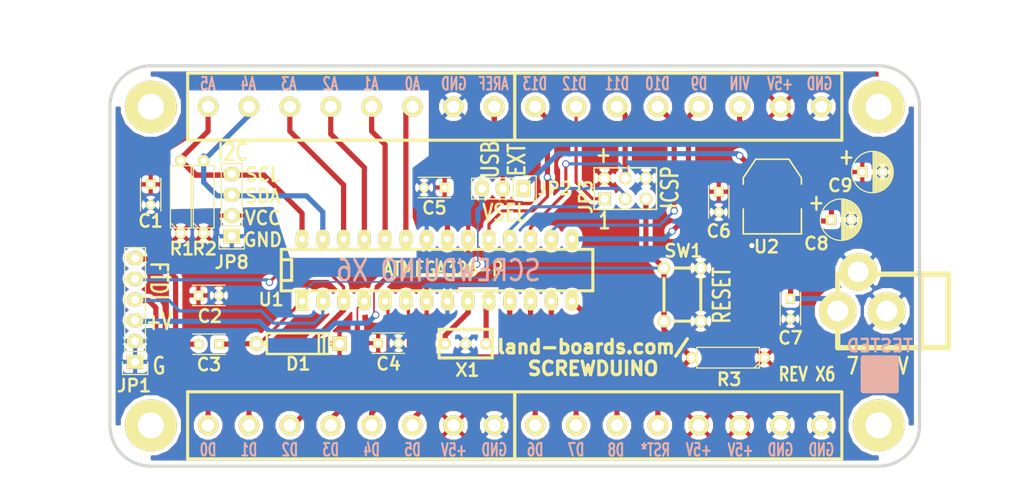
<source format=kicad_pcb>
(kicad_pcb (version 20211014) (generator pcbnew)
  (title_block (title "SCREWDUINO V2") (date "24 aug 2014"))
  (layers (0 "F.Cu" power "Front") (31 "B.Cu" power "Back") (36 "B.SilkS" user "B.Silkscreen") (37 "F.SilkS" user "F.Silkscreen") (38 "B.Mask" user) (39 "F.Mask" user) (44 "Edge.Cuts" user))
  (net 0 "")
  (net 1 "+5V")
  (net 2 "/AD0")
  (net 3 "/AD1")
  (net 4 "/AD2")
  (net 5 "/AD3")
  (net 6 "/AREF")
  (net 7 "/CX1")
  (net 8 "/CX2")
  (net 9 "/D0")
  (net 10 "/D1")
  (net 11 "/D10")
  (net 12 "/D11")
  (net 13 "/D12")
  (net 14 "/D13")
  (net 15 "/D2")
  (net 16 "/D3")
  (net 17 "/D4")
  (net 18 "/D5")
  (net 19 "/D6")
  (net 20 "/D7")
  (net 21 "/D8")
  (net 22 "/D9")
  (net 23 "/DTR*")
  (net 24 "/RST*")
  (net 25 "/SCK")
  (net 26 "/SDA")
  (net 27 "/VIN")
  (net 28 "/VUSB")
  (net 29 "GND")
  (net 30 "/VROUT")
  (footprint "DougsNewMods:TEST_BLK-REAR" (layer "F.Cu") (at 181.61 117.094)
    (fp_text reference "TESTED" (at 0 -3.5) (layer "B.SilkS") (effects (font (size 1.524 1.524) (thickness 0.3048)) (justify mirror)))
    (fp_text value "VAL**" hide)
  )
  (footprint "Capacitors_ThroughHole:C_Rect_L4_W2.5_P2.5" (layer "F.Cu") (at 92.456 93.853 -90)
    (fp_text reference "C1" (at 4.482 0.018) (layer "F.SilkS") (effects (font (size 1.524 1.524) (thickness 0.3048))))
    (fp_text value "0.1uF" hide)
    (pad "1" thru_hole rect locked (at 0 0 270) (size 1.2 1.2) (drill 0.7) (layers *.Cu *.Mask "F.SilkS") (net 1 "+5V"))
    (pad "2" thru_hole circle locked (at 2.5 0 270) (size 1.2 1.2) (drill 0.7) (layers *.Cu *.Mask "F.SilkS") (net 29 "GND"))
  )
  (footprint "Capacitors_ThroughHole:C_Rect_L4_W2.5_P2.5" (layer "F.Cu") (at 98.298 107.442)
    (fp_text reference "C2" (at 1.397 2.54) (layer "F.SilkS") (effects (font (size 1.524 1.524) (thickness 0.3048))))
    (fp_text value "0.1uF" hide)
    (pad "1" thru_hole rect locked (at 0 0) (size 1.2 1.2) (drill 0.7) (layers *.Cu *.Mask "F.SilkS") (net 1 "+5V"))
    (pad "2" thru_hole circle locked (at 2.5 0) (size 1.2 1.2) (drill 0.7) (layers *.Cu *.Mask "F.SilkS") (net 29 "GND"))
  )
  (footprint "Capacitors_ThroughHole:C_Rect_L4_W2.5_P2.5" (layer "F.Cu") (at 100.838 113.411 180)
    (fp_text reference "C3" (at 1.25 -2.5 180) (layer "F.SilkS") (effects (font (size 1.524 1.524) (thickness 0.3048))))
    (fp_text value "0.1uF" hide)
    (pad "1" thru_hole rect locked (at 0 0 180) (size 1.2 1.2) (drill 0.7) (layers *.Cu *.Mask "F.SilkS") (net 24 "/RST*"))
    (pad "2" thru_hole circle locked (at 2.5 0 180) (size 1.2 1.2) (drill 0.7) (layers *.Cu *.Mask "F.SilkS") (net 23 "/DTR*"))
  )
  (footprint "Capacitors_ThroughHole:C_Rect_L4_W2.5_P2.5" (layer "F.Cu") (at 120.269 113.284)
    (fp_text reference "C4" (at 1.27 2.54) (layer "F.SilkS") (effects (font (size 1.524 1.524) (thickness 0.3048))))
    (fp_text value "0.1uF" hide)
    (pad "1" thru_hole rect locked (at 0 0) (size 1.2 1.2) (drill 0.7) (layers *.Cu *.Mask "F.SilkS") (net 1 "+5V"))
    (pad "2" thru_hole circle locked (at 2.5 0) (size 1.2 1.2) (drill 0.7) (layers *.Cu *.Mask "F.SilkS") (net 29 "GND"))
  )
  (footprint "Capacitors_ThroughHole:C_Rect_L4_W2.5_P2.5" (layer "F.Cu") (at 128.397 94.234 180)
    (fp_text reference "C5" (at 1.25 -2.5 180) (layer "F.SilkS") (effects (font (size 1.524 1.524) (thickness 0.3048))))
    (fp_text value "0.1uF" hide)
    (pad "1" thru_hole rect locked (at 0 0 180) (size 1.2 1.2) (drill 0.7) (layers *.Cu *.Mask "F.SilkS") (net 1 "+5V"))
    (pad "2" thru_hole circle locked (at 2.5 0 180) (size 1.2 1.2) (drill 0.7) (layers *.Cu *.Mask "F.SilkS") (net 29 "GND"))
  )
  (footprint "Capacitors_ThroughHole:C_Rect_L4_W2.5_P2.5" (layer "F.Cu") (at 161.925 94.742 -90)
    (fp_text reference "C6" (at 4.826 0) (layer "F.SilkS") (effects (font (size 1.524 1.524) (thickness 0.3048))))
    (fp_text value "0.1uF" hide)
    (pad "1" thru_hole rect locked (at 0 0 270) (size 1.2 1.2) (drill 0.7) (layers *.Cu *.Mask "F.SilkS") (net 1 "+5V"))
    (pad "2" thru_hole circle locked (at 2.5 0 270) (size 1.2 1.2) (drill 0.7) (layers *.Cu *.Mask "F.SilkS") (net 29 "GND"))
  )
  (footprint "Capacitors_ThroughHole:C_Rect_L4_W2.5_P2.5" (layer "F.Cu") (at 170.688 107.823 -90)
    (fp_text reference "C7" (at 4.826 0) (layer "F.SilkS") (effects (font (size 1.524 1.524) (thickness 0.3048))))
    (fp_text value "0.1uF" hide)
    (pad "1" thru_hole rect locked (at 0 0 270) (size 1.2 1.2) (drill 0.7) (layers *.Cu *.Mask "F.SilkS") (net 27 "/VIN"))
    (pad "2" thru_hole circle locked (at 2.5 0 270) (size 1.2 1.2) (drill 0.7) (layers *.Cu *.Mask "F.SilkS") (net 29 "GND"))
  )
  (footprint "Pin_Headers:Pin_Header_Straight_1x06" (layer "F.Cu") (at 90.551 115.57 180)
    (fp_text reference "JP1" (at 0.127 -2.921 180) (layer "F.SilkS") (effects (font (size 1.524 1.524) (thickness 0.3048))))
    (fp_text value "CONN_6" hide)
    (pad "1" thru_hole rect locked (at 0 0 180) (size 2.032 1.7272) (drill 1.016) (layers *.Cu *.Mask "F.SilkS") (net 29 "GND"))
    (pad "2" thru_hole oval locked (at 0 2.54 180) (size 2.032 1.7272) (drill 1.016) (layers *.Cu *.Mask "F.SilkS") (net 29 "GND"))
    (pad "3" thru_hole oval locked (at 0 5.08 180) (size 2.032 1.7272) (drill 1.016) (layers *.Cu *.Mask "F.SilkS") (net 28 "/VUSB"))
    (pad "4" thru_hole oval locked (at 0 7.62 180) (size 2.032 1.7272) (drill 1.016) (layers *.Cu *.Mask "F.SilkS") (net 9 "/D0"))
    (pad "5" thru_hole oval locked (at 0 10.16 180) (size 2.032 1.7272) (drill 1.016) (layers *.Cu *.Mask "F.SilkS") (net 10 "/D1"))
    (pad "6" thru_hole oval locked (at 0 12.7 180) (size 2.032 1.7272) (drill 1.016) (layers *.Cu *.Mask "F.SilkS") (net 23 "/DTR*"))
  )
  (footprint "Pin_Headers:Pin_Header_Straight_1x03" (layer "F.Cu") (at 138.049 94.361 -90)
    (fp_text reference "JP2" (at 0 -3.81 180) (layer "F.SilkS") (effects (font (size 1.524 1.524) (thickness 0.3048))))
    (fp_text value "CONN_3" hide)
    (pad "1" thru_hole rect locked (at 0 0 270) (size 2.032 1.7272) (drill 1.016) (layers *.Cu *.Mask "F.SilkS") (net 30 "/VROUT"))
    (pad "2" thru_hole oval locked (at 0 2.54 270) (size 2.032 1.7272) (drill 1.016) (layers *.Cu *.Mask "F.SilkS") (net 1 "+5V"))
    (pad "3" thru_hole oval locked (at 0 5.08 270) (size 2.032 1.7272) (drill 1.016) (layers *.Cu *.Mask "F.SilkS") (net 28 "/VUSB"))
  )
  (footprint "dougsLib:pin_array_3x2" (layer "F.Cu") (at 150.495 94.361)
    (fp_text reference "JP3" (at -4.826 1.016 90) (layer "F.SilkS") (effects (font (size 1.524 1.524) (thickness 0.3048))))
    (fp_text value "CONN_3X2" hide)
    (pad "1" thru_hole rect locked (at -2.54 1.27) (size 1.524 1.524) (drill 1.016) (layers *.Cu *.Mask "F.SilkS") (net 13 "/D12"))
    (pad "2" thru_hole circle locked (at -2.54 -1.27) (size 1.524 1.524) (drill 1.016) (layers *.Cu *.Mask "F.SilkS") (net 1 "+5V"))
    (pad "3" thru_hole circle locked (at 0 1.27) (size 1.524 1.524) (drill 1.016) (layers *.Cu *.Mask "F.SilkS") (net 14 "/D13"))
    (pad "4" thru_hole circle locked (at 0 -1.27) (size 1.524 1.524) (drill 1.016) (layers *.Cu *.Mask "F.SilkS") (net 12 "/D11"))
    (pad "5" thru_hole circle locked (at 2.54 1.27) (size 1.524 1.524) (drill 1.016) (layers *.Cu *.Mask "F.SilkS") (net 24 "/RST*"))
    (pad "6" thru_hole circle locked (at 2.54 -1.27) (size 1.524 1.524) (drill 1.016) (layers *.Cu *.Mask "F.SilkS") (net 29 "GND"))
  )
  (footprint "dougsLib:TB8-5MM" (layer "F.Cu") (at 174.474 123.34 180)
    (fp_text reference "JP4" hide)
    (fp_text value "CONN_8" hide)
    (pad "1" thru_hole circle locked (at 0 0 180) (size 2.49936 2.49936) (drill 1.50114) (layers *.Cu *.Mask "F.SilkS") (net 29 "GND"))
    (pad "2" thru_hole circle locked (at 5.00126 0 180) (size 2.49936 2.49936) (drill 1.50114) (layers *.Cu *.Mask "F.SilkS") (net 29 "GND"))
    (pad "3" thru_hole circle locked (at 9.99998 0 180) (size 2.49936 2.49936) (drill 1.50114) (layers *.Cu *.Mask "F.SilkS") (net 1 "+5V"))
    (pad "4" thru_hole circle locked (at 15.00124 0 180) (size 2.49936 2.49936) (drill 1.50114) (layers *.Cu *.Mask "F.SilkS") (net 1 "+5V"))
    (pad "5" thru_hole circle locked (at 19.99996 0 180) (size 2.49936 2.49936) (drill 1.50114) (layers *.Cu *.Mask "F.SilkS") (net 24 "/RST*"))
    (pad "6" thru_hole circle locked (at 25.00122 0 180) (size 2.49936 2.49936) (drill 1.50114) (layers *.Cu *.Mask "F.SilkS") (net 21 "/D8"))
    (pad "7" thru_hole circle locked (at 29.99994 0 180) (size 2.49936 2.49936) (drill 1.50114) (layers *.Cu *.Mask "F.SilkS") (net 20 "/D7"))
    (pad "8" thru_hole circle locked (at 35.0012 0 180) (size 2.49936 2.49936) (drill 1.50114) (layers *.Cu *.Mask "F.SilkS") (net 19 "/D6"))
  )
  (footprint "dougsLib:TB8-5MM" (layer "F.Cu") (at 99.474 84.34)
    (fp_text reference "JP5" hide)
    (fp_text value "CONN_8" hide)
    (pad "1" thru_hole circle locked (at 0 0) (size 2.49936 2.49936) (drill 1.50114) (layers *.Cu *.Mask "F.SilkS") (net 25 "/SCK"))
    (pad "2" thru_hole circle locked (at 5.00126 0) (size 2.49936 2.49936) (drill 1.50114) (layers *.Cu *.Mask "F.SilkS") (net 26 "/SDA"))
    (pad "3" thru_hole circle locked (at 9.99998 0) (size 2.49936 2.49936) (drill 1.50114) (layers *.Cu *.Mask "F.SilkS") (net 5 "/AD3"))
    (pad "4" thru_hole circle locked (at 15.00124 0) (size 2.49936 2.49936) (drill 1.50114) (layers *.Cu *.Mask "F.SilkS") (net 4 "/AD2"))
    (pad "5" thru_hole circle locked (at 19.99996 0) (size 2.49936 2.49936) (drill 1.50114) (layers *.Cu *.Mask "F.SilkS") (net 3 "/AD1"))
    (pad "6" thru_hole circle locked (at 25.00122 0) (size 2.49936 2.49936) (drill 1.50114) (layers *.Cu *.Mask "F.SilkS") (net 2 "/AD0"))
    (pad "7" thru_hole circle locked (at 29.99994 0) (size 2.49936 2.49936) (drill 1.50114) (layers *.Cu *.Mask "F.SilkS") (net 29 "GND"))
    (pad "8" thru_hole circle locked (at 35.0012 0) (size 2.49936 2.49936) (drill 1.50114) (layers *.Cu *.Mask "F.SilkS") (net 6 "/AREF"))
  )
  (footprint "dougsLib:TB8-5MM" (layer "F.Cu") (at 139.474 84.34)
    (fp_text reference "JP6" hide)
    (fp_text value "CONN_8" hide)
    (pad "1" thru_hole circle locked (at 0 0) (size 2.49936 2.49936) (drill 1.50114) (layers *.Cu *.Mask "F.SilkS") (net 14 "/D13"))
    (pad "2" thru_hole circle locked (at 5.00126 0) (size 2.49936 2.49936) (drill 1.50114) (layers *.Cu *.Mask "F.SilkS") (net 13 "/D12"))
    (pad "3" thru_hole circle locked (at 9.99998 0) (size 2.49936 2.49936) (drill 1.50114) (layers *.Cu *.Mask "F.SilkS") (net 12 "/D11"))
    (pad "4" thru_hole circle locked (at 15.00124 0) (size 2.49936 2.49936) (drill 1.50114) (layers *.Cu *.Mask "F.SilkS") (net 11 "/D10"))
    (pad "5" thru_hole circle locked (at 19.99996 0) (size 2.49936 2.49936) (drill 1.50114) (layers *.Cu *.Mask "F.SilkS") (net 22 "/D9"))
    (pad "6" thru_hole circle locked (at 25.00122 0) (size 2.49936 2.49936) (drill 1.50114) (layers *.Cu *.Mask "F.SilkS") (net 27 "/VIN"))
    (pad "7" thru_hole circle locked (at 29.99994 0) (size 2.49936 2.49936) (drill 1.50114) (layers *.Cu *.Mask "F.SilkS") (net 1 "+5V"))
    (pad "8" thru_hole circle locked (at 35.0012 0) (size 2.49936 2.49936) (drill 1.50114) (layers *.Cu *.Mask "F.SilkS") (net 29 "GND"))
  )
  (footprint "dougsLib:TB8-5MM" (layer "F.Cu") (at 134.474 123.34 180)
    (fp_text reference "JP7" hide)
    (fp_text value "CONN_8" hide)
    (pad "1" thru_hole circle locked (at 0 0 180) (size 2.49936 2.49936) (drill 1.50114) (layers *.Cu *.Mask "F.SilkS") (net 29 "GND"))
    (pad "2" thru_hole circle locked (at 5.00126 0 180) (size 2.49936 2.49936) (drill 1.50114) (layers *.Cu *.Mask "F.SilkS") (net 1 "+5V"))
    (pad "3" thru_hole circle locked (at 9.99998 0 180) (size 2.49936 2.49936) (drill 1.50114) (layers *.Cu *.Mask "F.SilkS") (net 18 "/D5"))
    (pad "4" thru_hole circle locked (at 15.00124 0 180) (size 2.49936 2.49936) (drill 1.50114) (layers *.Cu *.Mask "F.SilkS") (net 17 "/D4"))
    (pad "5" thru_hole circle locked (at 19.99996 0 180) (size 2.49936 2.49936) (drill 1.50114) (layers *.Cu *.Mask "F.SilkS") (net 16 "/D3"))
    (pad "6" thru_hole circle locked (at 25.00122 0 180) (size 2.49936 2.49936) (drill 1.50114) (layers *.Cu *.Mask "F.SilkS") (net 15 "/D2"))
    (pad "7" thru_hole circle locked (at 29.99994 0 180) (size 2.49936 2.49936) (drill 1.50114) (layers *.Cu *.Mask "F.SilkS") (net 10 "/D1"))
    (pad "8" thru_hole circle locked (at 35.0012 0 180) (size 2.49936 2.49936) (drill 1.50114) (layers *.Cu *.Mask "F.SilkS") (net 9 "/D0"))
  )
  (footprint "Pin_Headers:Pin_Header_Straight_1x04" (layer "F.Cu") (at 102.362 100.203 180)
    (fp_text reference "JP8" (at 0 -3.175 180) (layer "F.SilkS") (effects (font (size 1.524 1.524) (thickness 0.3048))))
    (fp_text value "CONN_4" hide)
    (pad "1" thru_hole rect locked (at 0 0 180) (size 2.032 1.7272) (drill 1.016) (layers *.Cu *.Mask "F.SilkS") (net 29 "GND"))
    (pad "2" thru_hole oval locked (at 0 2.54 180) (size 2.032 1.7272) (drill 1.016) (layers *.Cu *.Mask "F.SilkS") (net 1 "+5V"))
    (pad "3" thru_hole oval locked (at 0 5.08 180) (size 2.032 1.7272) (drill 1.016) (layers *.Cu *.Mask "F.SilkS") (net 26 "/SDA"))
    (pad "4" thru_hole oval locked (at 0 7.62 180) (size 2.032 1.7272) (drill 1.016) (layers *.Cu *.Mask "F.SilkS") (net 25 "/SCK"))
  )
  (footprint "DougsNewMods:DCJ-NEW" (layer "F.Cu") (at 182.474 109.34 180)
    (fp_text reference "K1" hide)
    (fp_text value "JACK-3.5MM" hide)
    (pad "1" thru_hole circle locked (at 6 0 180) (size 4.6 4.6) (drill 2.54) (layers *.Cu *.Mask "F.SilkS") (net 27 "/VIN"))
    (pad "2" thru_hole circle locked (at 0 0 180) (size 4.6 4.6) (drill 2.54) (layers *.Cu *.Mask "F.SilkS") (net 29 "GND"))
    (pad "3" thru_hole circle locked (at 3.5 4.8 180) (size 4.6 4.6) (drill 2.54) (layers *.Cu *.Mask "F.SilkS") (net 29 "GND"))
  )
  (footprint "dougsLib:MTG-4-40" (layer "F.Cu") (at 181.474 123.34)
    (fp_text reference "MTG1" hide)
    (fp_text value "CONN_1" hide)
    (pad "1" thru_hole circle locked (at 0 0) (size 6.35 6.35) (drill 3.175) (layers *.Cu *.Mask "F.SilkS"))
  )
  (footprint "dougsLib:MTG-4-40" (layer "F.Cu") (at 181.474 84.34)
    (fp_text reference "MTG2" hide)
    (fp_text value "CONN_1" hide)
    (pad "1" thru_hole circle locked (at 0 0) (size 6.35 6.35) (drill 3.175) (layers *.Cu *.Mask "F.SilkS"))
  )
  (footprint "dougsLib:MTG-4-40" (layer "F.Cu") (at 92.474 123.34)
    (fp_text reference "MTG3" hide)
    (fp_text value "CONN_1" hide)
    (pad "1" thru_hole circle locked (at 0 0) (size 6.35 6.35) (drill 3.175) (layers *.Cu *.Mask "F.SilkS"))
  )
  (footprint "dougsLib:MTG-4-40" (layer "F.Cu") (at 92.474 84.34)
    (fp_text reference "MTG4" hide)
    (fp_text value "CONN_1" hide)
    (pad "1" thru_hole circle locked (at 0 0) (size 6.35 6.35) (drill 3.175) (layers *.Cu *.Mask "F.SilkS"))
  )
  (footprint "Discret:R3-5" (layer "F.Cu") (at 96.139 95.377 90)
    (fp_text reference "R1" (at -6.35 0.127 180) (layer "F.SilkS") (effects (font (size 1.524 1.524) (thickness 0.3048))))
    (fp_text value "10K" hide)
    (pad "1" thru_hole circle locked (at -4.445 0 90) (size 1.397 1.397) (drill 0.8128) (layers *.Cu *.Mask "F.SilkS") (net 1 "+5V"))
    (pad "2" thru_hole circle locked (at 4.445 0 90) (size 1.397 1.397) (drill 0.8128) (layers *.Cu *.Mask "F.SilkS") (net 25 "/SCK"))
  )
  (footprint "Discret:R3-5" (layer "F.Cu") (at 98.933 95.377 90)
    (fp_text reference "R2" (at -6.35 0.127 180) (layer "F.SilkS") (effects (font (size 1.524 1.524) (thickness 0.3048))))
    (fp_text value "10K" hide)
    (pad "1" thru_hole circle locked (at -4.445 0 90) (size 1.397 1.397) (drill 0.8128) (layers *.Cu *.Mask "F.SilkS") (net 1 "+5V"))
    (pad "2" thru_hole circle locked (at 4.445 0 90) (size 1.397 1.397) (drill 0.8128) (layers *.Cu *.Mask "F.SilkS") (net 26 "/SDA"))
  )
  (footprint "Discret:R3-5" (layer "F.Cu") (at 163.068 115.062 180)
    (fp_text reference "R3" (at -0.127 -2.667 180) (layer "F.SilkS") (effects (font (size 1.524 1.524) (thickness 0.3048))))
    (fp_text value "10K" hide)
    (pad "1" thru_hole circle locked (at -4.445 0 180) (size 1.397 1.397) (drill 0.8128) (layers *.Cu *.Mask "F.SilkS") (net 1 "+5V"))
    (pad "2" thru_hole circle locked (at 4.445 0 180) (size 1.397 1.397) (drill 0.8128) (layers *.Cu *.Mask "F.SilkS") (net 24 "/RST*"))
  )
  (footprint "dougsLib:SW-PB-6MM" (layer "F.Cu") (at 157.474 107.34 90)
    (fp_text reference "SW1" (at 5.359 0.133 180) (layer "F.SilkS") (effects (font (size 1.524 1.524) (thickness 0.3048))))
    (fp_text value "SW_PUSH_OMRON" hide)
    (pad "1" thru_hole circle locked (at -3.2512 -2.25044 90) (size 1.5494 1.5494) (drill 1.00076) (layers *.Cu *.Mask "F.SilkS") (net 24 "/RST*"))
    (pad "2" thru_hole circle locked (at 3.2512 -2.25044 90) (size 1.5494 1.5494) (drill 1.00076) (layers *.Cu *.Mask "F.SilkS") (net 24 "/RST*"))
    (pad "3" thru_hole circle locked (at -3.2512 2.25044 90) (size 1.5494 1.5494) (drill 1.00076) (layers *.Cu *.Mask "F.SilkS") (net 29 "GND"))
    (pad "4" thru_hole circle locked (at 3.2512 2.25044 90) (size 1.5494 1.5494) (drill 1.00076) (layers *.Cu *.Mask "F.SilkS") (net 29 "GND"))
  )
  (footprint "dougsLib:DIP-28__300_ELL" (layer "F.Cu") (at 127.474 104.34)
    (fp_text reference "U1" (at -20.286 3.61) (layer "F.SilkS") (effects (font (size 1.524 1.524) (thickness 0.3048))))
    (fp_text value "ATMEGA328-P" (at 0.762 -0.127) (layer "F.SilkS") (effects (font (size 1.67894 1.37922) (thickness 0.28448))))
    (pad "1" thru_hole rect locked (at -16.51 3.81) (size 1.5748 2.286) (drill 0.8128) (layers *.Cu *.Mask "F.SilkS") (net 24 "/RST*"))
    (pad "2" thru_hole oval locked (at -13.97 3.81) (size 1.5748 2.286) (drill 0.8128) (layers *.Cu *.Mask "F.SilkS") (net 9 "/D0"))
    (pad "3" thru_hole oval locked (at -11.43 3.81) (size 1.5748 2.286) (drill 0.8128) (layers *.Cu *.Mask "F.SilkS") (net 10 "/D1"))
    (pad "4" thru_hole oval locked (at -8.89 3.81) (size 1.5748 2.286) (drill 0.8128) (layers *.Cu *.Mask "F.SilkS") (net 15 "/D2"))
    (pad "5" thru_hole oval locked (at -6.35 3.81) (size 1.5748 2.286) (drill 0.8128) (layers *.Cu *.Mask "F.SilkS") (net 16 "/D3"))
    (pad "6" thru_hole oval locked (at -3.81 3.81) (size 1.5748 2.286) (drill 0.8128) (layers *.Cu *.Mask "F.SilkS") (net 17 "/D4"))
    (pad "7" thru_hole oval locked (at -1.27 3.81) (size 1.5748 2.286) (drill 0.8128) (layers *.Cu *.Mask "F.SilkS") (net 1 "+5V"))
    (pad "8" thru_hole oval locked (at 1.27 3.81) (size 1.5748 2.286) (drill 0.8128) (layers *.Cu *.Mask "F.SilkS") (net 29 "GND"))
    (pad "9" thru_hole oval locked (at 3.81 3.81) (size 1.5748 2.286) (drill 0.8128) (layers *.Cu *.Mask "F.SilkS") (net 8 "/CX2"))
    (pad "10" thru_hole oval locked (at 6.35 3.81) (size 1.5748 2.286) (drill 0.8128) (layers *.Cu *.Mask "F.SilkS") (net 7 "/CX1"))
    (pad "11" thru_hole oval locked (at 8.89 3.81) (size 1.5748 2.286) (drill 0.8128) (layers *.Cu *.Mask "F.SilkS") (net 18 "/D5"))
    (pad "12" thru_hole oval locked (at 11.43 3.81) (size 1.5748 2.286) (drill 0.8128) (layers *.Cu *.Mask "F.SilkS") (net 19 "/D6"))
    (pad "13" thru_hole oval locked (at 13.97 3.81) (size 1.5748 2.286) (drill 0.8128) (layers *.Cu *.Mask "F.SilkS") (net 20 "/D7"))
    (pad "14" thru_hole oval locked (at 16.51 3.81) (size 1.5748 2.286) (drill 0.8128) (layers *.Cu *.Mask "F.SilkS") (net 21 "/D8"))
    (pad "15" thru_hole oval locked (at 16.51 -3.81) (size 1.5748 2.286) (drill 0.8128) (layers *.Cu *.Mask "F.SilkS") (net 22 "/D9"))
    (pad "16" thru_hole oval locked (at 13.97 -3.81) (size 1.5748 2.286) (drill 0.8128) (layers *.Cu *.Mask "F.SilkS") (net 11 "/D10"))
    (pad "17" thru_hole oval locked (at 11.43 -3.81) (size 1.5748 2.286) (drill 0.8128) (layers *.Cu *.Mask "F.SilkS") (net 12 "/D11"))
    (pad "18" thru_hole oval locked (at 8.89 -3.81) (size 1.5748 2.286) (drill 0.8128) (layers *.Cu *.Mask "F.SilkS") (net 13 "/D12"))
    (pad "19" thru_hole oval locked (at 6.35 -3.81) (size 1.5748 2.286) (drill 0.8128) (layers *.Cu *.Mask "F.SilkS") (net 14 "/D13"))
    (pad "20" thru_hole oval locked (at 3.81 -3.81) (size 1.5748 2.286) (drill 0.8128) (layers *.Cu *.Mask "F.SilkS") (net 1 "+5V"))
    (pad "21" thru_hole oval locked (at 1.27 -3.81) (size 1.5748 2.286) (drill 0.8128) (layers *.Cu *.Mask "F.SilkS") (net 6 "/AREF"))
    (pad "22" thru_hole oval locked (at -1.27 -3.81) (size 1.5748 2.286) (drill 0.8128) (layers *.Cu *.Mask "F.SilkS") (net 29 "GND"))
    (pad "23" thru_hole oval locked (at -3.81 -3.81) (size 1.5748 2.286) (drill 0.8128) (layers *.Cu *.Mask "F.SilkS") (net 2 "/AD0"))
    (pad "24" thru_hole oval locked (at -6.35 -3.81) (size 1.5748 2.286) (drill 0.8128) (layers *.Cu *.Mask "F.SilkS") (net 3 "/AD1"))
    (pad "25" thru_hole oval locked (at -8.89 -3.81) (size 1.5748 2.286) (drill 0.8128) (layers *.Cu *.Mask "F.SilkS") (net 4 "/AD2"))
    (pad "26" thru_hole oval locked (at -11.43 -3.81) (size 1.5748 2.286) (drill 0.8128) (layers *.Cu *.Mask "F.SilkS") (net 5 "/AD3"))
    (pad "27" thru_hole oval locked (at -13.97 -3.81) (size 1.5748 2.286) (drill 0.8128) (layers *.Cu *.Mask "F.SilkS") (net 26 "/SDA"))
    (pad "28" thru_hole oval locked (at -16.51 -3.81) (size 1.5748 2.286) (drill 0.8128) (layers *.Cu *.Mask "F.SilkS") (net 25 "/SCK"))
  )
  (footprint "dougsLib:SOT223" (layer "F.Cu") (at 168.474 95.34)
    (fp_text reference "U2" (at -0.707 6.133) (layer "F.SilkS") (effects (font (size 1.524 1.524) (thickness 0.3048))))
    (fp_text value "AP1117" hide)
    (pad "1" smd rect locked (at -2.286 3.302) (size 1.016 2.032) (layers "F.Cu" "F.Mask") (net 29 "GND"))
    (pad "2" smd rect locked (at 0 3.302) (size 1.016 2.032) (layers "F.Cu" "F.Mask") (net 30 "/VROUT"))
    (pad "3" smd rect locked (at 2.286 3.302) (size 1.016 2.032) (layers "F.Cu" "F.Mask") (net 27 "/VIN"))
    (pad "4" smd rect locked (at 0 -3.302) (size 3.6576 2.032) (layers "F.Cu" "F.Mask") (net 30 "/VROUT"))
  )
  (footprint "dougsLib:RESON_3PIN" (layer "F.Cu") (at 130.974 113.34 90)
    (fp_text reference "X1" (at -3.246 0.217 180) (layer "F.SilkS") (effects (font (size 1.524 1.524) (thickness 0.3048))))
    (fp_text value "16MHz" hide)
    (pad "1" thru_hole circle locked (at 0 2.49936 180) (size 1.397 1.397) (drill 0.8128) (layers *.Cu *.Mask "F.SilkS") (net 7 "/CX1"))
    (pad "2" thru_hole circle locked (at 0 0 180) (size 1.397 1.397) (drill 0.8128) (layers *.Cu *.Mask "F.SilkS") (net 29 "GND"))
    (pad "3" thru_hole circle locked (at 0 -2.49936 180) (size 1.397 1.397) (drill 0.8128) (layers *.Cu *.Mask "F.SilkS") (net 8 "/CX2"))
  )
  (footprint "dougsLib:D4" (layer "F.Cu") (at 110.474 113.34)
    (fp_text reference "D1" (at 0.016 2.484) (layer "F.SilkS") (effects (font (size 1.524 1.524) (thickness 0.3048))))
    (fp_text value "1N4004" hide)
    (pad "1" thru_hole circle locked (at -5.08 0) (size 1.778 1.778) (drill 1.016) (layers *.Cu *.Mask "F.SilkS") (net 24 "/RST*"))
    (pad "2" thru_hole rect locked (at 5.08 0) (size 1.778 1.778) (drill 1.016) (layers *.Cu *.Mask "F.SilkS") (net 1 "+5V"))
  )
  (footprint "Capacitors_ThroughHole:C_Radial_D5_L11_P2.5" (layer "F.Cu") (at 175.641 98.171)
    (fp_text reference "C8" (at -1.778 2.921) (layer "F.SilkS") (effects (font (size 1.524 1.524) (thickness 0.3048))))
    (fp_text value "47uF" hide)
    (pad "1" thru_hole rect locked (at 0 0) (size 1.3 1.3) (drill 0.8) (layers *.Cu *.Mask "F.SilkS") (net 27 "/VIN"))
    (pad "2" thru_hole circle locked (at 2.5 0) (size 1.3 1.3) (drill 0.8) (layers *.Cu *.Mask "F.SilkS") (net 29 "GND"))
  )
  (footprint "Capacitors_ThroughHole:C_Radial_D5_L11_P2.5" (layer "F.Cu") (at 179.474 92.34)
    (fp_text reference "C9" (at -2.69 1.64) (layer "F.SilkS") (effects (font (size 1.524 1.524) (thickness 0.3048))))
    (fp_text value "47uF" hide)
    (pad "1" thru_hole rect locked (at 0 0) (size 1.3 1.3) (drill 0.8) (layers *.Cu *.Mask "F.SilkS") (net 1 "+5V"))
    (pad "2" thru_hole circle locked (at 2.5 0) (size 1.3 1.3) (drill 0.8) (layers *.Cu *.Mask "F.SilkS") (net 29 "GND"))
  )
  (gr_arc (start 186.474 123.34) (mid 185.009534 126.875534) (end 181.474 128.34) (layer "Edge.Cuts") (width 0.381))
  (gr_arc (start 87.474 84.34) (mid 88.938466 80.804466) (end 92.474 79.34) (layer "Edge.Cuts") (width 0.381))
  (gr_arc (start 92.474 128.34) (mid 88.938466 126.875534) (end 87.474 123.34) (layer "Edge.Cuts") (width 0.381))
  (gr_line (start 92.474 79.34) (end 181.474 79.34) (layer "Edge.Cuts") (width 0.381))
  (gr_line (start 186.474 84.34) (end 186.474 123.34) (layer "Edge.Cuts") (width 0.381))
  (gr_line (start 181.474 128.34) (end 92.474 128.34) (layer "Edge.Cuts") (width 0.381))
  (gr_arc (start 181.474 79.34) (mid 185.009534 80.804466) (end 186.474 84.34) (layer "Edge.Cuts") (width 0.381))
  (gr_line (start 87.474 123.34) (end 87.474 84.34) (layer "Edge.Cuts") (width 0.381))
  (gr_text "D3" (at 114.474 126.34) (layer "B.SilkS") (effects (font (size 1.524 1.016) (thickness 0.254)) (justify mirror)))
  (gr_text "D2" (at 109.474 126.34) (layer "B.SilkS") (effects (font (size 1.524 1.016) (thickness 0.254)) (justify mirror)))
  (gr_text "GND" (at 174.244 81.534) (layer "B.SilkS") (effects (font (size 1.524 1.016) (thickness 0.254)) (justify mirror)))
  (gr_text "A5" (at 99.441 81.534) (layer "B.SilkS") (effects (font (size 1.524 1.016) (thickness 0.254)) (justify mirror)))
  (gr_text "D5" (at 124.474 126.34) (layer "B.SilkS") (effects (font (size 1.524 1.016) (thickness 0.254)) (justify mirror)))
  (gr_text "D6" (at 139.474 126.34) (layer "B.SilkS") (effects (font (size 1.524 1.016) (thickness 0.254)) (justify mirror)))
  (gr_text "D12" (at 144.272 81.534) (layer "B.SilkS") (effects (font (size 1.524 1.016) (thickness 0.254)) (justify mirror)))
  (gr_text "D0" (at 99.474 126.34) (layer "B.SilkS") (effects (font (size 1.524 1.016) (thickness 0.254)) (justify mirror)))
  (gr_text "GND" (at 134.474 126.34) (layer "B.SilkS") (effects (font (size 1.524 1.016) (thickness 0.254)) (justify mirror)))
  (gr_text "A3" (at 109.347 81.534) (layer "B.SilkS") (effects (font (size 1.524 1.016) (thickness 0.254)) (justify mirror)))
  (gr_text "GND" (at 169.474 126.34) (layer "B.SilkS") (effects (font (size 1.524 1.016) (thickness 0.254)) (justify mirror)))
  (gr_text "A0" (at 124.46 81.534) (layer "B.SilkS") (effects (font (size 1.524 1.016) (thickness 0.254)) (justify mirror)))
  (gr_text "D13" (at 139.446 81.534) (layer "B.SilkS") (effects (font (size 1.524 1.016) (thickness 0.254)) (justify mirror)))
  (gr_text "+5V" (at 164.592 126.365) (layer "B.SilkS") (effects (font (size 1.524 1.016) (thickness 0.254)) (justify mirror)))
  (gr_text "D10" (at 154.432 81.534) (layer "B.SilkS") (effects (font (size 1.524 1.016) (thickness 0.254)) (justify mirror)))
  (gr_text "+5V" (at 169.418 81.534) (layer "B.SilkS") (effects (font (size 1.524 1.016) (thickness 0.254)) (justify mirror)))
  (gr_text "A2" (at 114.427 81.534) (layer "B.SilkS") (effects (font (size 1.524 1.016) (thickness 0.254)) (justify mirror)))
  (gr_text "D11" (at 149.479 81.534) (layer "B.SilkS") (effects (font (size 1.524 1.016) (thickness 0.254)) (justify mirror)))
  (gr_text "D7" (at 144.474 126.34) (layer "B.SilkS") (effects (font (size 1.524 1.016) (thickness 0.254)) (justify mirror)))
  (gr_text "VIN" (at 164.465 81.534) (layer "B.SilkS") (effects (font (size 1.524 1.016) (thickness 0.254)) (justify mirror)))
  (gr_text "D4" (at 119.474 126.34) (layer "B.SilkS") (effects (font (size 1.524 1.016) (thickness 0.254)) (justify mirror)))
  (gr_text "D8" (at 149.352 126.365) (layer "B.SilkS") (effects (font (size 1.524 1.016) (thickness 0.254)) (justify mirror)))
  (gr_text "+5V" (at 129.54 126.365) (layer "B.SilkS") (effects (font (size 1.524 1.016) (thickness 0.254)) (justify mirror)))
  (gr_text "D9" (at 159.512 81.534) (layer "B.SilkS") (effects (font (size 1.524 1.016) (thickness 0.254)) (justify mirror)))
  (gr_text "SCREWDUINO X6" (at 127.635 104.394) (layer "B.SilkS") (effects (font (size 2.54 2.032) (thickness 0.3429)) (justify mirror)))
  (gr_text "+5V" (at 159.474 126.34) (layer "B.SilkS") (effects (font (size 1.524 1.016) (thickness 0.254)) (justify mirror)))
  (gr_text "GND" (at 174.474 126.34) (layer "B.SilkS") (effects (font (size 1.524 1.016) (thickness 0.254)) (justify mirror)))
  (gr_text "D1" (at 104.474 126.34) (layer "B.SilkS") (effects (font (size 1.524 1.016) (thickness 0.254)) (justify mirror)))
  (gr_text "A4" (at 104.394 81.534) (layer "B.SilkS") (effects (font (size 1.524 1.016) (thickness 0.254)) (justify mirror)))
  (gr_text "AREF" (at 134.366 81.534) (layer "B.SilkS") (effects (font (size 1.524 1.016) (thickness 0.254)) (justify mirror)))
  (gr_text "A1" (at 119.38 81.534) (layer "B.SilkS") (effects (font (size 1.524 1.016) (thickness 0.254)) (justify mirror)))
  (gr_text "RST*" (at 154.178 126.365) (layer "B.SilkS") (effects (font (size 1.524 1.016) (thickness 0.254)) (justify mirror)))
  (gr_text "GND" (at 129.54 81.534) (layer "B.SilkS") (effects (font (size 1.524 1.016) (thickness 0.254)) (justify mirror)))
  (gr_text "USB" (at 133.985 90.805 90) (layer "F.SilkS") (effects (font (size 2.032 1.524) (thickness 0.3048))))
  (gr_text "EXT" (at 137.224 90.84 90) (layer "F.SilkS") (effects (font (size 2.032 1.524) (thickness 0.3048))))
  (gr_text "1" (at 147.955 98.298) (layer "F.SilkS") (effects (font (size 2.032 1.524) (thickness 0.3048))))
  (gr_text "VSEL" (at 135.724 97.34) (layer "F.SilkS") (effects (font (size 2.032 1.524) (thickness 0.3048))))
  (gr_text "REV X6" (at 172.72 117.094) (layer "F.SilkS") (effects (font (size 1.651 1.27) (thickness 0.3048))))
  (gr_text "land-boards.com/\nSCREWDUINO" (at 146.558 115.062) (layer "F.SilkS") (effects (font (size 1.651 1.651) (thickness 0.41275))))
  (gr_text "+" (at 147.828 90.17) (layer "F.SilkS") (effects (font (size 2.032 1.524) (thickness 0.3048))))
  (gr_text "+" (at 173.863 96.012) (layer "F.SilkS") (effects (font (size 2.032 1.524) (thickness 0.3048))))
  (gr_text "I2C" (at 102.489 89.916) (layer "F.SilkS") (effects (font (size 2.032 1.524) (thickness 0.3048))))
  (gr_text "SCL\nSDA\nVCC\nGND" (at 106.172 96.647) (layer "F.SilkS") (effects (font (size 1.651 1.524) (thickness 0.3048))))
  (gr_text "ICSP" (at 155.956 94.234 90) (layer "F.SilkS") (effects (font (size 2.032 1.524) (thickness 0.3048))))
  (gr_text "+" (at 177.546 90.424) (layer "F.SilkS") (effects (font (size 2.032 1.524) (thickness 0.3048))))
  (gr_text "FTDI" (at 93.472 105.664 270) (layer "F.SilkS") (effects (font (size 2.032 1.524) (thickness 0.3048))))
  (gr_text "RESET" (at 162.306 107.442 90) (layer "F.SilkS") (effects (font (size 2.032 1.524) (thickness 0.3048))))
  (gr_text "+V" (at 93.472 110.617) (layer "F.SilkS") (effects (font (size 2.032 1.524) (thickness 0.3048))))
  (gr_text "G" (at 93.472 116.078) (layer "F.SilkS") (effects (font (size 2.032 1.524) (thickness 0.3048))))
  (gr_text "7-12V" (at 181.356 116.078) (layer "F.SilkS") (effects (font (size 2.032 1.524) (thickness 0.3048))))
  (segment (start 123.664 85.15122) (end 124.47522 84.34) (width 0.635) (layer "F.Cu") (net 2))
  (segment (start 123.664 100.53) (end 123.664 85.15122) (width 0.635) (layer "F.Cu") (net 2))
  (segment (start 121.124 88.99) (end 119.47396 87.33996) (width 0.635) (layer "F.Cu") (net 3))
  (segment (start 119.47396 87.33996) (end 119.47396 84.34) (width 0.635) (layer "F.Cu") (net 3))
  (segment (start 121.124 100.53) (end 121.124 88.99) (width 0.635) (layer "F.Cu") (net 3))
  (segment (start 118.584 91.787) (end 114.47524 87.67824) (width 0.635) (layer "F.Cu") (net 4))
  (segment (start 114.47524 87.67824) (end 114.47524 84.34) (width 0.635) (layer "F.Cu") (net 4))
  (segment (start 118.584 100.53) (end 118.584 91.787) (width 0.635) (layer "F.Cu") (net 4))
  (segment (start 116.044 93.91) (end 109.47398 87.33998) (width 0.635) (layer "F.Cu") (net 5))
  (segment (start 109.47398 87.33998) (end 109.47398 84.34) (width 0.635) (layer "F.Cu") (net 5))
  (segment (start 116.044 100.53) (end 116.044 93.91) (width 0.635) (layer "F.Cu") (net 5))
  (segment (start 134.4752 87.3388) (end 130.974 90.84) (width 0.381) (layer "F.Cu") (net 6))
  (segment (start 134.4752 87.3388) (end 130.974 90.84) (width 0.635) (layer "F.Cu") (net 6))
  (segment (start 128.744 98.078) (end 130.556 96.266) (width 0.635) (layer "F.Cu") (net 6))
  (segment (start 130.556 96.266) (end 130.556 91.313) (width 0.635) (layer "F.Cu") (net 6))
  (segment (start 130.556 91.313) (end 134.4752 87.3938) (width 0.635) (layer "F.Cu") (net 6))
  (segment (start 134.4752 87.3938) (end 134.4752 84.34) (width 0.635) (layer "F.Cu") (net 6))
  (segment (start 134.4752 84.34) (end 134.4752 87.3388) (width 0.635) (layer "F.Cu") (net 6))
  (segment (start 128.744 100.53) (end 128.744 98.078) (width 0.635) (layer "F.Cu") (net 6))
  (segment (start 133.47336 108.50064) (end 133.824 108.15) (width 0.635) (layer "F.Cu") (net 7))
  (segment (start 133.47336 113.34) (end 133.47336 108.50064) (width 0.635) (layer "F.Cu") (net 7))
  (segment (start 128.47464 112.33936) (end 131.284 109.53) (width 0.635) (layer "F.Cu") (net 8))
  (segment (start 131.284 109.53) (end 131.284 108.15) (width 0.635) (layer "F.Cu") (net 8))
  (segment (start 128.47464 113.34) (end 128.47464 112.33936) (width 0.635) (layer "F.Cu") (net 8))
  (segment (start 99.4728 120.3008) (end 93.091 113.919) (width 0.635) (layer "F.Cu") (net 9))
  (segment (start 93.091 113.919) (end 93.091 108.957) (width 0.635) (layer "F.Cu") (net 9))
  (segment (start 93.091 108.957) (end 92.204 108.07) (width 0.635) (layer "F.Cu") (net 9))
  (segment (start 92.204 108.07) (end 90.474 108.07) (width 0.635) (layer "F.Cu") (net 9))
  (segment (start 99.4728 123.34) (end 99.4728 120.3008) (width 0.635) (layer "F.Cu") (net 9))
  (segment (start 90.474 108.07) (end 92.204 108.07) (width 0.635) (layer "F.Cu") (net 9))
  (segment (start 94.704 108.07) (end 95.974 109.34) (width 0.381) (layer "B.Cu") (net 9))
  (segment (start 95.974 109.34) (end 105.974 109.34) (width 0.381) (layer "B.Cu") (net 9))
  (segment (start 105.974 109.34) (end 107.474 110.84) (width 0.381) (layer "B.Cu") (net 9))
  (segment (start 107.474 110.84) (end 112.474 110.84) (width 0.381) (layer "B.Cu") (net 9))
  (segment (start 112.474 110.84) (end 113.504 109.81) (width 0.381) (layer "B.Cu") (net 9))
  (segment (start 113.504 109.81) (end 113.504 108.15) (width 0.381) (layer "B.Cu") (net 9))
  (segment (start 90.474 108.07) (end 94.704 108.07) (width 0.381) (layer "B.Cu") (net 9))
  (segment (start 106.974 105.84) (end 107.974 104.84) (width 0.381) (layer "F.Cu") (net 10))
  (segment (start 107.974 104.84) (end 114.474 104.84) (width 0.381) (layer "F.Cu") (net 10))
  (segment (start 114.474 104.84) (end 116.044 106.41) (width 0.381) (layer "F.Cu") (net 10))
  (segment (start 116.044 106.41) (end 116.044 108.15) (width 0.381) (layer "F.Cu") (net 10))
  (segment (start 104.47406 121.45894) (end 112.268 113.665) (width 0.635) (layer "F.Cu") (net 10))
  (segment (start 112.268 113.665) (end 112.268 113.03) (width 0.635) (layer "F.Cu") (net 10))
  (segment (start 112.268 113.03) (end 116.044 109.254) (width 0.635) (layer "F.Cu") (net 10))
  (segment (start 116.044 109.254) (end 116.044 108.15) (width 0.635) (layer "F.Cu") (net 10))
  (segment (start 104.47406 123.34) (end 104.47406 121.45894) (width 0.635) (layer "F.Cu") (net 10))
  (via (at 106.974 105.84) (size 0.889) (drill 0.635) (layers "F.Cu" "B.Cu") (net 10))
  (segment (start 106.664 105.53) (end 106.974 105.84) (width 0.381) (layer "B.Cu") (net 10))
  (segment (start 90.474 105.53) (end 106.664 105.53) (width 0.381) (layer "B.Cu") (net 10))
  (segment (start 156.474 86.33876) (end 154.47524 84.34) (width 0.635) (layer "F.Cu") (net 11))
  (segment (start 156.474 97.09) (end 156.474 86.33876) (width 0.635) (layer "F.Cu") (net 11))
  (via (at 156.474 97.09) (size 0.889) (drill 0.635) (layers "F.Cu" "B.Cu") (net 11))
  (segment (start 141.444 99.62) (end 142.224 98.84) (width 0.381) (layer "B.Cu") (net 11))
  (segment (start 142.224 98.84) (end 154.724 98.84) (width 0.381) (layer "B.Cu") (net 11))
  (segment (start 154.724 98.84) (end 156.474 97.09) (width 0.381) (layer "B.Cu") (net 11))
  (segment (start 141.444 100.53) (end 141.444 99.62) (width 0.381) (layer "B.Cu") (net 11))
  (segment (start 138.904 99.16) (end 143.224 94.84) (width 0.381) (layer "F.Cu") (net 12))
  (segment (start 143.224 94.84) (end 143.224 91.34) (width 0.381) (layer "F.Cu") (net 12))
  (segment (start 150.474 85.34002) (end 149.47398 84.34) (width 0.635) (layer "F.Cu") (net 12))
  (segment (start 138.904 100.53) (end 138.904 99.16) (width 0.381) (layer "F.Cu") (net 12))
  (segment (start 150.474 93.07) (end 150.474 85.34002) (width 0.635) (layer "F.Cu") (net 12))
  (via (at 143.224 91.34) (size 0.889) (drill 0.635) (layers "F.Cu" "B.Cu") (net 12))
  (segment (start 150.474 92.09) (end 149.724 91.34) (width 0.381) (layer "B.Cu") (net 12))
  (segment (start 149.724 91.34) (end 143.224 91.34) (width 0.381) (layer "B.Cu") (net 12))
  (segment (start 150.474 93.07) (end 150.474 92.09) (width 0.381) (layer "B.Cu") (net 12))
  (segment (start 144.47526 93.59126) (end 146.494 95.61) (width 0.381) (layer "F.Cu") (net 13))
  (segment (start 146.494 95.61) (end 147.934 95.61) (width 0.381) (layer "F.Cu") (net 13))
  (segment (start 144.47526 84.34) (end 144.47526 93.59126) (width 0.381) (layer "F.Cu") (net 13))
  (segment (start 136.364 99.45) (end 139.224 96.59) (width 0.381) (layer "B.Cu") (net 13))
  (segment (start 139.224 96.59) (end 146.954 96.59) (width 0.381) (layer "B.Cu") (net 13))
  (segment (start 146.954 96.59) (end 147.934 95.61) (width 0.381) (layer "B.Cu") (net 13))
  (segment (start 136.364 100.53) (end 136.364 99.45) (width 0.381) (layer "B.Cu") (net 13))
  (segment (start 140.974 85.84) (end 139.474 84.34) (width 0.381) (layer "F.Cu") (net 14))
  (segment (start 133.824 98.74) (end 135.474 97.09) (width 0.381) (layer "F.Cu") (net 14))
  (segment (start 135.474 97.09) (end 139.224 97.09) (width 0.381) (layer "F.Cu") (net 14))
  (segment (start 139.224 97.09) (end 140.974 95.34) (width 0.381) (layer "F.Cu") (net 14))
  (segment (start 140.974 95.34) (end 140.974 94.34) (width 0.381) (layer "F.Cu") (net 14))
  (segment (start 140.974 85.84) (end 139.474 84.34) (width 0.635) (layer "F.Cu") (net 14))
  (segment (start 140.97 92.964) (end 140.974 92.964) (width 0.381) (layer "F.Cu") (net 14))
  (segment (start 140.974 92.964) (end 140.974 85.84) (width 0.635) (layer "F.Cu") (net 14))
  (segment (start 140.974 94.34) (end 140.974 92.964) (width 0.635) (layer "F.Cu") (net 14))
  (segment (start 133.824 100.53) (end 133.824 98.74) (width 0.381) (layer "F.Cu") (net 14))
  (via (at 140.97 92.964) (size 0.889) (drill 0.635) (layers "F.Cu" "B.Cu") (net 14))
  (segment (start 150.474 95.09) (end 149.724 94.34) (width 0.381) (layer "B.Cu") (net 14))
  (segment (start 149.724 94.34) (end 145.288 94.34) (width 0.381) (layer "B.Cu") (net 14))
  (segment (start 142.346 94.34) (end 140.97 92.964) (width 0.381) (layer "B.Cu") (net 14))
  (segment (start 150.474 95.61) (end 150.474 95.09) (width 0.381) (layer "B.Cu") (net 14))
  (segment (start 145.288 94.34) (end 142.346 94.34) (width 0.381) (layer "B.Cu") (net 14))
  (segment (start 109.832 123.34) (end 117.729 115.443) (width 0.635) (layer "F.Cu") (net 15))
  (segment (start 117.729 115.443) (end 117.729 110.998) (width 0.635) (layer "F.Cu") (net 15))
  (segment (start 117.729 110.236) (end 117.729 109.005) (width 0.2032) (layer "F.Cu") (net 15))
  (segment (start 117.729 109.005) (end 118.584 108.15) (width 0.2032) (layer "F.Cu") (net 15))
  (segment (start 109.47278 123.34) (end 109.832 123.34) (width 0.635) (layer "F.Cu") (net 15))
  (segment (start 117.729 110.998) (end 117.729 110.236) (width 0.2032) (layer "F.Cu") (net 15))
  (segment (start 114.47404 122.58996) (end 121.474 115.59) (width 0.381) (layer "F.Cu") (net 16))
  (segment (start 121.474 115.59) (end 121.474 108.5) (width 0.381) (layer "F.Cu") (net 16))
  (segment (start 121.474 108.5) (end 121.124 108.15) (width 0.381) (layer "F.Cu") (net 16))
  (segment (start 114.47404 122.58996) (end 121.474 115.59) (width 0.635) (layer "F.Cu") (net 16))
  (segment (start 114.47404 123.34) (end 114.47404 122.58996) (width 0.635) (layer "F.Cu") (net 16))
  (segment (start 119.47276 121.84124) (end 123.974 117.34) (width 0.381) (layer "F.Cu") (net 17))
  (segment (start 123.974 117.34) (end 123.974 108.46) (width 0.381) (layer "F.Cu") (net 17))
  (segment (start 123.974 108.46) (end 123.664 108.15) (width 0.381) (layer "F.Cu") (net 17))
  (segment (start 119.47276 121.84124) (end 123.974 117.34) (width 0.635) (layer "F.Cu") (net 17))
  (segment (start 119.47276 123.34) (end 119.47276 121.84124) (width 0.635) (layer "F.Cu") (net 17))
  (segment (start 124.47402 122.58998) (end 127.974 119.09) (width 0.381) (layer "F.Cu") (net 18))
  (segment (start 127.974 119.09) (end 132.974 119.09) (width 0.381) (layer "F.Cu") (net 18))
  (segment (start 132.974 119.09) (end 136.364 115.7) (width 0.381) (layer "F.Cu") (net 18))
  (segment (start 124.47402 122.58998) (end 127.974 119.09) (width 0.635) (layer "F.Cu") (net 18))
  (segment (start 127.974 119.09) (end 132.974 119.09) (width 0.635) (layer "F.Cu") (net 18))
  (segment (start 132.974 119.09) (end 136.364 115.7) (width 0.635) (layer "F.Cu") (net 18))
  (segment (start 136.364 115.7) (end 136.364 108.15) (width 0.635) (layer "F.Cu") (net 18))
  (segment (start 124.47402 123.34) (end 124.47402 122.58998) (width 0.635) (layer "F.Cu") (net 18))
  (segment (start 139.4728 112.8388) (end 138.904 112.27) (width 0.381) (layer "F.Cu") (net 19))
  (segment (start 138.904 112.27) (end 138.904 108.15) (width 0.381) (layer "F.Cu") (net 19))
  (segment (start 139.4728 112.8388) (end 138.904 112.27) (width 0.635) (layer "F.Cu") (net 19))
  (segment (start 138.904 112.27) (end 138.904 108.15) (width 0.635) (layer "F.Cu") (net 19))
  (segment (start 139.4728 123.34) (end 139.4728 112.8388) (width 0.635) (layer "F.Cu") (net 19))
  (segment (start 144.47406 115.34006) (end 141.444 112.31) (width 0.381) (layer "F.Cu") (net 20))
  (segment (start 141.444 112.31) (end 141.444 108.15) (width 0.381) (layer "F.Cu") (net 20))
  (segment (start 144.47406 115.34006) (end 141.444 112.31) (width 0.635) (layer "F.Cu") (net 20))
  (segment (start 141.444 112.31) (end 141.444 108.15) (width 0.635) (layer "F.Cu") (net 20))
  (segment (start 144.47406 123.34) (end 144.47406 115.34006) (width 0.635) (layer "F.Cu") (net 20))
  (segment (start 149.47278 113.63878) (end 143.984 108.15) (width 0.381) (layer "F.Cu") (net 21))
  (segment (start 149.47278 113.63878) (end 143.984 108.15) (width 0.635) (layer "F.Cu") (net 21))
  (segment (start 149.47278 123.34) (end 149.47278 113.63878) (width 0.635) (layer "F.Cu") (net 21))
  (segment (start 156.224 99.59) (end 158.224 97.59) (width 0.635) (layer "F.Cu") (net 22))
  (segment (start 158.224 97.59) (end 158.224 85.58996) (width 0.635) (layer "F.Cu") (net 22))
  (segment (start 158.224 85.58996) (end 159.47396 84.34) (width 0.635) (layer "F.Cu") (net 22))
  (via (at 156.224 99.59) (size 0.889) (drill 0.635) (layers "F.Cu" "B.Cu") (net 22))
  (segment (start 155.284 100.53) (end 156.224 99.59) (width 0.635) (layer "B.Cu") (net 22))
  (segment (start 143.984 100.53) (end 155.284 100.53) (width 0.635) (layer "B.Cu") (net 22))
  (segment (start 97.028 113.411) (end 95.504 111.887) (width 0.635) (layer "F.Cu") (net 23))
  (segment (start 95.504 111.887) (end 95.504 105.283) (width 0.635) (layer "F.Cu") (net 23))
  (segment (start 95.504 105.283) (end 93.211 102.99) (width 0.635) (layer "F.Cu") (net 23))
  (segment (start 93.211 102.99) (end 90.474 102.99) (width 0.635) (layer "F.Cu") (net 23))
  (segment (start 98.298 113.411) (end 97.028 113.411) (width 0.635) (layer "F.Cu") (net 23))
  (segment (start 105.774 113.34) (end 110.964 108.15) (width 0.381) (layer "F.Cu") (net 24))
  (segment (start 153.014 101.87924) (end 155.22356 104.0888) (width 0.635) (layer "F.Cu") (net 24))
  (segment (start 154.47404 119.21096) (end 158.623 115.062) (width 0.635) (layer "F.Cu") (net 24))
  (segment (start 155.22356 111.66256) (end 158.623 115.062) (width 0.635) (layer "F.Cu") (net 24))
  (segment (start 155.22356 110.5912) (end 155.22356 111.66256) (width 0.635) (layer "F.Cu") (net 24))
  (segment (start 154.47404 123.34) (end 154.47404 119.21096) (width 0.635) (layer "F.Cu") (net 24))
  (segment (start 155.22356 104.0888) (end 155.22356 110.5912) (width 0.635) (layer "F.Cu") (net 24))
  (segment (start 153.014 95.61) (end 153.014 101.87924) (width 0.635) (layer "F.Cu") (net 24))
  (segment (start 105.394 113.34) (end 100.838 113.411) (width 0.635) (layer "F.Cu") (net 24))
  (segment (start 105.394 113.34) (end 105.774 113.34) (width 0.381) (layer "F.Cu") (net 24))
  (segment (start 110.964 107.222) (end 112.395 105.791) (width 0.2032) (layer "B.Cu") (net 24))
  (segment (start 112.395 105.791) (end 122.174 105.791) (width 0.2032) (layer "B.Cu") (net 24))
  (segment (start 122.174 105.791) (end 125.349 105.791) (width 0.2032) (layer "B.Cu") (net 24))
  (segment (start 125.349 105.791) (end 125.857 105.283) (width 0.2032) (layer "B.Cu") (net 24))
  (segment (start 125.857 105.283) (end 127.381 105.283) (width 0.2032) (layer "B.Cu") (net 24))
  (segment (start 134.747 104.013) (end 134.747 104.0888) (width 0.2032) (layer "B.Cu") (net 24))
  (segment (start 133.35 105.283) (end 134.62 104.013) (width 0.2032) (layer "B.Cu") (net 24))
  (segment (start 134.62 104.013) (end 134.747 104.013) (width 0.2032) (layer "B.Cu") (net 24))
  (segment (start 130.175 105.283) (end 133.35 105.283) (width 0.2032) (layer "B.Cu") (net 24))
  (segment (start 110.964 108.15) (end 110.964 107.222) (width 0.2032) (layer "B.Cu") (net 24))
  (segment (start 155.22356 104.0888) (end 134.747 104.0888) (width 0.381) (layer "B.Cu") (net 24))
  (segment (start 110.964 108.15) (end 110.964 107.1) (width 0.381) (layer "B.Cu") (net 24))
  (segment (start 122.174 105.791) (end 125.349 105.791) (width 0.2032) (layer "B.Cu") (net 24))
  (segment (start 127.381 105.283) (end 130.175 105.283) (width 0.2032) (layer "B.Cu") (net 24))
  (segment (start 98.044 92.71) (end 97.474 92.14) (width 0.635) (layer "F.Cu") (net 25))
  (segment (start 97.474 92.14) (end 96.139 90.932) (width 0.635) (layer "F.Cu") (net 25))
  (segment (start 97.917 92.71) (end 96.139 90.932) (width 0.635) (layer "F.Cu") (net 25))
  (segment (start 96.139 90.678) (end 99.474 87.343) (width 0.635) (layer "F.Cu") (net 25))
  (segment (start 99.474 87.343) (end 99.474 84.34) (width 0.635) (layer "F.Cu") (net 25))
  (segment (start 106.299 92.71) (end 110.964 97.375) (width 0.635) (layer "F.Cu") (net 25))
  (segment (start 110.964 97.375) (end 110.964 100.53) (width 0.635) (layer "F.Cu") (net 25))
  (segment (start 96.139 90.932) (end 96.139 90.678) (width 0.635) (layer "F.Cu") (net 25))
  (segment (start 102.616 92.71) (end 97.917 92.71) (width 0.635) (layer "F.Cu") (net 25))
  (segment (start 102.616 92.71) (end 98.044 92.71) (width 0.635) (layer "F.Cu") (net 25))
  (segment (start 102.616 92.71) (end 106.299 92.71) (width 0.635) (layer "F.Cu") (net 25))
  (segment (start 111.506 95.25) (end 113.504 97.248) (width 0.635) (layer "B.Cu") (net 26))
  (segment (start 113.504 97.248) (end 113.504 100.53) (width 0.635) (layer "B.Cu") (net 26))
  (segment (start 98.933 90.377) (end 98.933 90.932) (width 0.635) (layer "B.Cu") (net 26))
  (segment (start 100.584 95.25) (end 98.933 93.599) (width 0.635) (layer "B.Cu") (net 26))
  (segment (start 98.933 93.599) (end 98.933 90.932) (width 0.635) (layer "B.Cu") (net 26))
  (segment (start 104.47526 85.38974) (end 98.933 90.932) (width 0.635) (layer "B.Cu") (net 26))
  (segment (start 102.616 95.25) (end 111.506 95.25) (width 0.635) (layer "B.Cu") (net 26))
  (segment (start 104.47526 84.34) (end 104.47526 85.38974) (width 0.635) (layer "B.Cu") (net 26))
  (segment (start 102.616 95.25) (end 100.584 95.25) (width 0.635) (layer "B.Cu") (net 26))
  (segment (start 98.933 90.932) (end 98.933 90.377) (width 0.381) (layer "B.Cu") (net 26))
  (segment (start 171.062 98.34) (end 170.76 98.642) (width 0.635) (layer "F.Cu") (net 27))
  (segment (start 170.76 104.784) (end 170.688 107.823) (width 0.635) (layer "F.Cu") (net 27))
  (segment (start 175.704 90.82) (end 172.474 87.59) (width 0.635) (layer "F.Cu") (net 27))
  (segment (start 172.474 87.59) (end 165.974 87.59) (width 0.635) (layer "F.Cu") (net 27))
  (segment (start 165.974 87.59) (end 164.47522 86.09122) (width 0.635) (layer "F.Cu") (net 27))
  (segment (start 164.47522 86.09122) (end 164.47522 84.34) (width 0.635) (layer "F.Cu") (net 27))
  (segment (start 175.704 98.34) (end 171.062 98.34) (width 0.635) (layer "F.Cu") (net 27))
  (segment (start 175.704 98.34) (end 175.704 90.82) (width 0.635) (layer "F.Cu") (net 27))
  (segment (start 170.76 98.642) (end 170.76 104.784) (width 0.635) (layer "F.Cu") (net 27))
  (segment (start 174.861 107.823) (end 176.378 109.34) (width 0.635) (layer "B.Cu") (net 27))
  (segment (start 170.688 107.823) (end 174.861 107.823) (width 0.635) (layer "B.Cu") (net 27))
  (segment (start 120.142 106.426) (end 122.174 104.394) (width 0.635) (layer "F.Cu") (net 28))
  (segment (start 122.174 104.394) (end 131.572 104.394) (width 0.635) (layer "F.Cu") (net 28))
  (segment (start 131.572 104.394) (end 132.334 103.632) (width 0.635) (layer "F.Cu") (net 28))
  (segment (start 119.761 109.627) (end 119.761 106.807) (width 0.2032) (layer "F.Cu") (net 28))
  (segment (start 119.761 106.807) (end 120.142 106.426) (width 0.2032) (layer "F.Cu") (net 28))
  (segment (start 119.974 109.84) (end 119.761 109.627) (width 0.2032) (layer "F.Cu") (net 28))
  (via (at 119.974 109.84) (size 0.889) (drill 0.635) (layers "F.Cu" "B.Cu") (net 28))
  (via (at 132.334 103.632) (size 0.889) (drill 0.635) (layers "F.Cu" "B.Cu") (net 28))
  (segment (start 114.974 110.84) (end 113.974 111.84) (width 0.635) (layer "B.Cu") (net 28))
  (segment (start 113.974 111.84) (end 106.974 111.84) (width 0.635) (layer "B.Cu") (net 28))
  (segment (start 105.744 110.61) (end 106.974 111.84) (width 0.635) (layer "B.Cu") (net 28))
  (segment (start 132.334 103.632) (end 132.461 103.505) (width 0.2032) (layer "B.Cu") (net 28))
  (segment (start 132.461 94.813) (end 132.934 94.34) (width 0.2032) (layer "B.Cu") (net 28))
  (segment (start 132.934 96.555) (end 132.461 97.028) (width 0.2032) (layer "B.Cu") (net 28))
  (segment (start 132.461 97.028) (end 132.461 98.298) (width 0.2032) (layer "B.Cu") (net 28))
  (segment (start 132.461 103.505) (end 132.334 103.632) (width 0.2032) (layer "B.Cu") (net 28))
  (segment (start 132.934 96.555) (end 132.461 97.028) (width 0.635) (layer "B.Cu") (net 28))
  (segment (start 132.461 97.028) (end 132.461 98.298) (width 0.635) (layer "B.Cu") (net 28))
  (segment (start 132.461 98.298) (end 132.461 103.505) (width 0.2032) (layer "B.Cu") (net 28))
  (segment (start 118.974 110.84) (end 119.974 109.84) (width 0.635) (layer "B.Cu") (net 28))
  (segment (start 114.974 110.84) (end 118.974 110.84) (width 0.635) (layer "B.Cu") (net 28))
  (segment (start 132.934 94.34) (end 132.934 96.555) (width 0.635) (layer "B.Cu") (net 28))
  (segment (start 118.974 110.84) (end 119.974 109.84) (width 0.2032) (layer "B.Cu") (net 28))
  (segment (start 90.474 110.61) (end 105.744 110.61) (width 0.635) (layer "B.Cu") (net 28))
  (segment (start 166.188 101.126) (end 165.974 101.34) (width 0.635) (layer "F.Cu") (net 29))
  (segment (start 166.188 98.642) (end 166.188 101.126) (width 0.635) (layer "F.Cu") (net 29))
  (via (at 165.974 101.34) (size 0.889) (drill 0.635) (layers "F.Cu" "B.Cu") (net 29))
  (segment (start 166.172 92.038) (end 164.474 90.34) (width 0.635) (layer "F.Cu") (net 30))
  (segment (start 168.474 92.038) (end 166.172 92.038) (width 0.635) (layer "F.Cu") (net 30))
  (segment (start 168.474 92.038) (end 168.474 98.642) (width 0.635) (layer "F.Cu") (net 30))
  (via (at 164.474 90.34) (size 0.889) (drill 0.635) (layers "F.Cu" "B.Cu") (net 30))
  (segment (start 164.474 90.34) (end 164.224 90.09) (width 0.635) (layer "B.Cu") (net 30))
  (segment (start 164.224 90.09) (end 142.264 90.09) (width 0.635) (layer "B.Cu") (net 30))
  (segment (start 142.264 90.09) (end 138.014 94.34) (width 0.635) (layer "B.Cu") (net 30))
  (zone (net 1) (net_name "+5V") (layer "F.Cu") (connect_pads (clearance 0.508)) (min_thickness 0.254) (fill yes (thermal_gap 0.508) (thermal_bridge_width 0.508))
    (polygon (pts (xy 92.474 79.34) (xy 181.474 79.34) (xy 181.474 84.34) (xy 186.474 84.34) (xy 186.474 123.34) (xy 181.474 123.34) (xy 181.474 128.34) (xy 92.474 128.34) (xy 92.474 123.34) (xy 87.474 123.34) (xy 87.474 84.34) (xy 92.474 84.34)))
  )
  (zone (net 0) (net_name "") (layer "F.Cu") (connect_pads (clearance 0)) (min_thickness 0.254)
    (keepout (tracks allowed) (vias allowed) (pads allowed) (copperpour not_allowed) (footprints allowed))
    (fill (thermal_gap 0.508) (thermal_bridge_width 0.508))
    (polygon (pts (xy 96.974 82.34) (xy 126.474 82.34) (xy 126.474 90.356) (xy 124.474 91.856) (xy 124.474 97.84) (xy 124.974 99.34) (xy 124.974 102.84) (xy 109.474 102.84) (xy 107.224 96.61) (xy 94.869 96.901) (xy 94.869 89.662) (xy 96.974 88.34)))
  )
  (zone (net 0) (net_name "") (layer "F.Cu") (connect_pads (clearance 0)) (min_thickness 0.2032)
    (keepout (tracks allowed) (vias allowed) (pads allowed) (copperpour not_allowed) (footprints allowed))
    (fill (thermal_gap 0.508) (thermal_bridge_width 0.508))
    (polygon (pts (xy 127.381 114.554) (xy 135.001 114.681) (xy 135.001 106.426) (xy 130.048 106.426) (xy 129.921 109.601) (xy 127.381 112.141)))
  )
  (zone (net 29) (net_name "GND") (layer "B.Cu") (connect_pads (clearance 0.508)) (min_thickness 0.254) (fill yes (thermal_gap 0.508) (thermal_bridge_width 0.508))
    (polygon (pts (xy 92.474 79.34) (xy 180.974 79.34) (xy 181.474 84.34) (xy 186.474 84.34) (xy 186.474 123.34) (xy 181.474 123.34) (xy 181.474 128.34) (xy 92.474 128.34) (xy 92.474 123.34) (xy 87.474 123.34) (xy 87.474 84.34) (xy 92.474 84.34)))
  )
  (zone (net 0) (net_name "") (layer "B.Cu") (connect_pads (clearance 0)) (min_thickness 0.254)
    (keepout (tracks allowed) (vias allowed) (pads allowed) (copperpour not_allowed) (footprints allowed))
    (fill (thermal_gap 0.508) (thermal_bridge_width 0.508))
    (polygon (pts (xy 135.001 106.426) (xy 134.974 109.34) (xy 134.974 114.84) (xy 132.474 114.84) (xy 132.474 112.225) (xy 129.724 112.225) (xy 129.413 114.554) (xy 127.381 114.554) (xy 127.381 112.141) (xy 129.794 110.109) (xy 129.974 109.59) (xy 129.974 106.34)))
  )
  (zone (net 0) (net_name "") (layer "B.Cu") (connect_pads (clearance 0)) (min_thickness 0.254)
    (keepout (tracks allowed) (vias allowed) (pads allowed) (copperpour not_allowed) (footprints allowed))
    (fill (thermal_gap 0.508) (thermal_bridge_width 0.508))
    (polygon (pts (xy 126.474 90.34) (xy 124.474 91.84) (xy 124.474 96.59) (xy 124.974 97.09) (xy 124.974 102.84) (xy 109.474 102.84) (xy 107.478 96.61) (xy 94.869 96.901) (xy 94.869 89.662) (xy 97.028 88.011) (xy 96.974 82.34) (xy 126.474 82.34)))
  )
)
</source>
